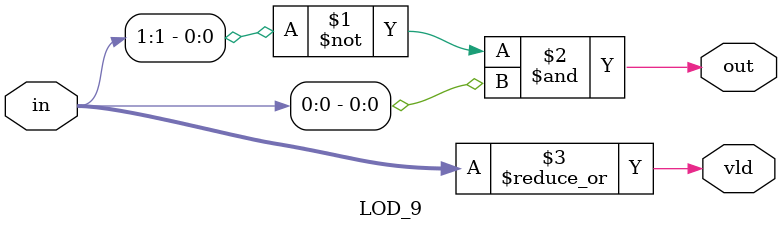
<source format=v>
module LOD_N(	// /tmp/tmp.2xfedqnA0c/16008_Posit-HDL-Arithmetic_Posit_to_Floating-Point_Convertor_LOD_N.cleaned.mlir:2:3
  input  [63:0] in,	// /tmp/tmp.2xfedqnA0c/16008_Posit-HDL-Arithmetic_Posit_to_Floating-Point_Convertor_LOD_N.cleaned.mlir:2:23
  output [5:0]  out	// /tmp/tmp.2xfedqnA0c/16008_Posit-HDL-Arithmetic_Posit_to_Floating-Point_Convertor_LOD_N.cleaned.mlir:2:38
);

  LOD l1 (	// /tmp/tmp.2xfedqnA0c/16008_Posit-HDL-Arithmetic_Posit_to_Floating-Point_Convertor_LOD_N.cleaned.mlir:3:24
    .in  (in),
    .out (out),
    .vld (/* unused */)
  );	// /tmp/tmp.2xfedqnA0c/16008_Posit-HDL-Arithmetic_Posit_to_Floating-Point_Convertor_LOD_N.cleaned.mlir:3:24
endmodule

module LOD(	// /tmp/tmp.2xfedqnA0c/16008_Posit-HDL-Arithmetic_Posit_to_Floating-Point_Convertor_LOD_N.cleaned.mlir:6:3
  input  [63:0] in,	// /tmp/tmp.2xfedqnA0c/16008_Posit-HDL-Arithmetic_Posit_to_Floating-Point_Convertor_LOD_N.cleaned.mlir:6:29
  output [5:0]  out,	// /tmp/tmp.2xfedqnA0c/16008_Posit-HDL-Arithmetic_Posit_to_Floating-Point_Convertor_LOD_N.cleaned.mlir:6:44
  output        vld	// /tmp/tmp.2xfedqnA0c/16008_Posit-HDL-Arithmetic_Posit_to_Floating-Point_Convertor_LOD_N.cleaned.mlir:6:58
);

  wire [4:0] _h_out;	// /tmp/tmp.2xfedqnA0c/16008_Posit-HDL-Arithmetic_Posit_to_Floating-Point_Convertor_LOD_N.cleaned.mlir:15:22
  wire       _h_vld;	// /tmp/tmp.2xfedqnA0c/16008_Posit-HDL-Arithmetic_Posit_to_Floating-Point_Convertor_LOD_N.cleaned.mlir:15:22
  wire [4:0] _l_out;	// /tmp/tmp.2xfedqnA0c/16008_Posit-HDL-Arithmetic_Posit_to_Floating-Point_Convertor_LOD_N.cleaned.mlir:14:22
  wire       _l_vld;	// /tmp/tmp.2xfedqnA0c/16008_Posit-HDL-Arithmetic_Posit_to_Floating-Point_Convertor_LOD_N.cleaned.mlir:14:22
  LOD_1 l (	// /tmp/tmp.2xfedqnA0c/16008_Posit-HDL-Arithmetic_Posit_to_Floating-Point_Convertor_LOD_N.cleaned.mlir:14:22
    .in  (in[31:0]),	// /tmp/tmp.2xfedqnA0c/16008_Posit-HDL-Arithmetic_Posit_to_Floating-Point_Convertor_LOD_N.cleaned.mlir:8:10
    .out (_l_out),
    .vld (_l_vld)
  );	// /tmp/tmp.2xfedqnA0c/16008_Posit-HDL-Arithmetic_Posit_to_Floating-Point_Convertor_LOD_N.cleaned.mlir:14:22
  LOD_1 h (	// /tmp/tmp.2xfedqnA0c/16008_Posit-HDL-Arithmetic_Posit_to_Floating-Point_Convertor_LOD_N.cleaned.mlir:15:22
    .in  (in[63:32]),	// /tmp/tmp.2xfedqnA0c/16008_Posit-HDL-Arithmetic_Posit_to_Floating-Point_Convertor_LOD_N.cleaned.mlir:9:10
    .out (_h_out),
    .vld (_h_vld)
  );	// /tmp/tmp.2xfedqnA0c/16008_Posit-HDL-Arithmetic_Posit_to_Floating-Point_Convertor_LOD_N.cleaned.mlir:15:22
  assign out = _h_vld ? {1'h0, _h_out} : {_l_vld, _l_out};	// /tmp/tmp.2xfedqnA0c/16008_Posit-HDL-Arithmetic_Posit_to_Floating-Point_Convertor_LOD_N.cleaned.mlir:7:14, :11:10, :12:10, :13:10, :14:22, :15:22, :16:5
  assign vld = _l_vld | _h_vld;	// /tmp/tmp.2xfedqnA0c/16008_Posit-HDL-Arithmetic_Posit_to_Floating-Point_Convertor_LOD_N.cleaned.mlir:10:10, :14:22, :15:22, :16:5
endmodule

module LOD_1(	// /tmp/tmp.2xfedqnA0c/16008_Posit-HDL-Arithmetic_Posit_to_Floating-Point_Convertor_LOD_N.cleaned.mlir:18:3
  input  [31:0] in,	// /tmp/tmp.2xfedqnA0c/16008_Posit-HDL-Arithmetic_Posit_to_Floating-Point_Convertor_LOD_N.cleaned.mlir:18:31
  output [4:0]  out,	// /tmp/tmp.2xfedqnA0c/16008_Posit-HDL-Arithmetic_Posit_to_Floating-Point_Convertor_LOD_N.cleaned.mlir:18:46
  output        vld	// /tmp/tmp.2xfedqnA0c/16008_Posit-HDL-Arithmetic_Posit_to_Floating-Point_Convertor_LOD_N.cleaned.mlir:18:60
);

  wire [3:0] _h_out;	// /tmp/tmp.2xfedqnA0c/16008_Posit-HDL-Arithmetic_Posit_to_Floating-Point_Convertor_LOD_N.cleaned.mlir:27:22
  wire       _h_vld;	// /tmp/tmp.2xfedqnA0c/16008_Posit-HDL-Arithmetic_Posit_to_Floating-Point_Convertor_LOD_N.cleaned.mlir:27:22
  wire [3:0] _l_out;	// /tmp/tmp.2xfedqnA0c/16008_Posit-HDL-Arithmetic_Posit_to_Floating-Point_Convertor_LOD_N.cleaned.mlir:26:22
  wire       _l_vld;	// /tmp/tmp.2xfedqnA0c/16008_Posit-HDL-Arithmetic_Posit_to_Floating-Point_Convertor_LOD_N.cleaned.mlir:26:22
  LOD_3 l (	// /tmp/tmp.2xfedqnA0c/16008_Posit-HDL-Arithmetic_Posit_to_Floating-Point_Convertor_LOD_N.cleaned.mlir:26:22
    .in  (in[15:0]),	// /tmp/tmp.2xfedqnA0c/16008_Posit-HDL-Arithmetic_Posit_to_Floating-Point_Convertor_LOD_N.cleaned.mlir:20:10
    .out (_l_out),
    .vld (_l_vld)
  );	// /tmp/tmp.2xfedqnA0c/16008_Posit-HDL-Arithmetic_Posit_to_Floating-Point_Convertor_LOD_N.cleaned.mlir:26:22
  LOD_3 h (	// /tmp/tmp.2xfedqnA0c/16008_Posit-HDL-Arithmetic_Posit_to_Floating-Point_Convertor_LOD_N.cleaned.mlir:27:22
    .in  (in[31:16]),	// /tmp/tmp.2xfedqnA0c/16008_Posit-HDL-Arithmetic_Posit_to_Floating-Point_Convertor_LOD_N.cleaned.mlir:21:10
    .out (_h_out),
    .vld (_h_vld)
  );	// /tmp/tmp.2xfedqnA0c/16008_Posit-HDL-Arithmetic_Posit_to_Floating-Point_Convertor_LOD_N.cleaned.mlir:27:22
  assign out = _h_vld ? {1'h0, _h_out} : {_l_vld, _l_out};	// /tmp/tmp.2xfedqnA0c/16008_Posit-HDL-Arithmetic_Posit_to_Floating-Point_Convertor_LOD_N.cleaned.mlir:19:14, :23:10, :24:10, :25:10, :26:22, :27:22, :28:5
  assign vld = _l_vld | _h_vld;	// /tmp/tmp.2xfedqnA0c/16008_Posit-HDL-Arithmetic_Posit_to_Floating-Point_Convertor_LOD_N.cleaned.mlir:22:10, :26:22, :27:22, :28:5
endmodule

module LOD_3(	// /tmp/tmp.2xfedqnA0c/16008_Posit-HDL-Arithmetic_Posit_to_Floating-Point_Convertor_LOD_N.cleaned.mlir:30:3
  input  [15:0] in,	// /tmp/tmp.2xfedqnA0c/16008_Posit-HDL-Arithmetic_Posit_to_Floating-Point_Convertor_LOD_N.cleaned.mlir:30:31
  output [3:0]  out,	// /tmp/tmp.2xfedqnA0c/16008_Posit-HDL-Arithmetic_Posit_to_Floating-Point_Convertor_LOD_N.cleaned.mlir:30:46
  output        vld	// /tmp/tmp.2xfedqnA0c/16008_Posit-HDL-Arithmetic_Posit_to_Floating-Point_Convertor_LOD_N.cleaned.mlir:30:60
);

  wire [2:0] _h_out;	// /tmp/tmp.2xfedqnA0c/16008_Posit-HDL-Arithmetic_Posit_to_Floating-Point_Convertor_LOD_N.cleaned.mlir:39:22
  wire       _h_vld;	// /tmp/tmp.2xfedqnA0c/16008_Posit-HDL-Arithmetic_Posit_to_Floating-Point_Convertor_LOD_N.cleaned.mlir:39:22
  wire [2:0] _l_out;	// /tmp/tmp.2xfedqnA0c/16008_Posit-HDL-Arithmetic_Posit_to_Floating-Point_Convertor_LOD_N.cleaned.mlir:38:22
  wire       _l_vld;	// /tmp/tmp.2xfedqnA0c/16008_Posit-HDL-Arithmetic_Posit_to_Floating-Point_Convertor_LOD_N.cleaned.mlir:38:22
  LOD_5 l (	// /tmp/tmp.2xfedqnA0c/16008_Posit-HDL-Arithmetic_Posit_to_Floating-Point_Convertor_LOD_N.cleaned.mlir:38:22
    .in  (in[7:0]),	// /tmp/tmp.2xfedqnA0c/16008_Posit-HDL-Arithmetic_Posit_to_Floating-Point_Convertor_LOD_N.cleaned.mlir:32:10
    .out (_l_out),
    .vld (_l_vld)
  );	// /tmp/tmp.2xfedqnA0c/16008_Posit-HDL-Arithmetic_Posit_to_Floating-Point_Convertor_LOD_N.cleaned.mlir:38:22
  LOD_5 h (	// /tmp/tmp.2xfedqnA0c/16008_Posit-HDL-Arithmetic_Posit_to_Floating-Point_Convertor_LOD_N.cleaned.mlir:39:22
    .in  (in[15:8]),	// /tmp/tmp.2xfedqnA0c/16008_Posit-HDL-Arithmetic_Posit_to_Floating-Point_Convertor_LOD_N.cleaned.mlir:33:10
    .out (_h_out),
    .vld (_h_vld)
  );	// /tmp/tmp.2xfedqnA0c/16008_Posit-HDL-Arithmetic_Posit_to_Floating-Point_Convertor_LOD_N.cleaned.mlir:39:22
  assign out = _h_vld ? {1'h0, _h_out} : {_l_vld, _l_out};	// /tmp/tmp.2xfedqnA0c/16008_Posit-HDL-Arithmetic_Posit_to_Floating-Point_Convertor_LOD_N.cleaned.mlir:31:14, :35:10, :36:10, :37:10, :38:22, :39:22, :40:5
  assign vld = _l_vld | _h_vld;	// /tmp/tmp.2xfedqnA0c/16008_Posit-HDL-Arithmetic_Posit_to_Floating-Point_Convertor_LOD_N.cleaned.mlir:34:10, :38:22, :39:22, :40:5
endmodule

module LOD_5(	// /tmp/tmp.2xfedqnA0c/16008_Posit-HDL-Arithmetic_Posit_to_Floating-Point_Convertor_LOD_N.cleaned.mlir:42:3
  input  [7:0] in,	// /tmp/tmp.2xfedqnA0c/16008_Posit-HDL-Arithmetic_Posit_to_Floating-Point_Convertor_LOD_N.cleaned.mlir:42:31
  output [2:0] out,	// /tmp/tmp.2xfedqnA0c/16008_Posit-HDL-Arithmetic_Posit_to_Floating-Point_Convertor_LOD_N.cleaned.mlir:42:45
  output       vld	// /tmp/tmp.2xfedqnA0c/16008_Posit-HDL-Arithmetic_Posit_to_Floating-Point_Convertor_LOD_N.cleaned.mlir:42:59
);

  wire _h_out;	// /tmp/tmp.2xfedqnA0c/16008_Posit-HDL-Arithmetic_Posit_to_Floating-Point_Convertor_LOD_N.cleaned.mlir:63:26
  wire _h_vld;	// /tmp/tmp.2xfedqnA0c/16008_Posit-HDL-Arithmetic_Posit_to_Floating-Point_Convertor_LOD_N.cleaned.mlir:63:26
  wire _l_out;	// /tmp/tmp.2xfedqnA0c/16008_Posit-HDL-Arithmetic_Posit_to_Floating-Point_Convertor_LOD_N.cleaned.mlir:62:26
  wire _l_vld;	// /tmp/tmp.2xfedqnA0c/16008_Posit-HDL-Arithmetic_Posit_to_Floating-Point_Convertor_LOD_N.cleaned.mlir:62:26
  wire _h_out_0;	// /tmp/tmp.2xfedqnA0c/16008_Posit-HDL-Arithmetic_Posit_to_Floating-Point_Convertor_LOD_N.cleaned.mlir:61:22
  wire _h_vld_0;	// /tmp/tmp.2xfedqnA0c/16008_Posit-HDL-Arithmetic_Posit_to_Floating-Point_Convertor_LOD_N.cleaned.mlir:61:22
  wire _l_out_0;	// /tmp/tmp.2xfedqnA0c/16008_Posit-HDL-Arithmetic_Posit_to_Floating-Point_Convertor_LOD_N.cleaned.mlir:60:22
  wire _l_vld_0;	// /tmp/tmp.2xfedqnA0c/16008_Posit-HDL-Arithmetic_Posit_to_Floating-Point_Convertor_LOD_N.cleaned.mlir:60:22
  wire _GEN = _l_vld_0 | _h_vld_0;	// /tmp/tmp.2xfedqnA0c/16008_Posit-HDL-Arithmetic_Posit_to_Floating-Point_Convertor_LOD_N.cleaned.mlir:46:10, :60:22, :61:22
  wire _GEN_0 = _l_vld | _h_vld;	// /tmp/tmp.2xfedqnA0c/16008_Posit-HDL-Arithmetic_Posit_to_Floating-Point_Convertor_LOD_N.cleaned.mlir:52:10, :62:26, :63:26
  LOD_9 l (	// /tmp/tmp.2xfedqnA0c/16008_Posit-HDL-Arithmetic_Posit_to_Floating-Point_Convertor_LOD_N.cleaned.mlir:60:22
    .in  (in[1:0]),	// /tmp/tmp.2xfedqnA0c/16008_Posit-HDL-Arithmetic_Posit_to_Floating-Point_Convertor_LOD_N.cleaned.mlir:44:10
    .out (_l_out_0),
    .vld (_l_vld_0)
  );	// /tmp/tmp.2xfedqnA0c/16008_Posit-HDL-Arithmetic_Posit_to_Floating-Point_Convertor_LOD_N.cleaned.mlir:60:22
  LOD_9 h (	// /tmp/tmp.2xfedqnA0c/16008_Posit-HDL-Arithmetic_Posit_to_Floating-Point_Convertor_LOD_N.cleaned.mlir:61:22
    .in  (in[3:2]),	// /tmp/tmp.2xfedqnA0c/16008_Posit-HDL-Arithmetic_Posit_to_Floating-Point_Convertor_LOD_N.cleaned.mlir:45:10
    .out (_h_out_0),
    .vld (_h_vld_0)
  );	// /tmp/tmp.2xfedqnA0c/16008_Posit-HDL-Arithmetic_Posit_to_Floating-Point_Convertor_LOD_N.cleaned.mlir:61:22
  LOD_9 l_0 (	// /tmp/tmp.2xfedqnA0c/16008_Posit-HDL-Arithmetic_Posit_to_Floating-Point_Convertor_LOD_N.cleaned.mlir:62:26
    .in  (in[5:4]),	// /tmp/tmp.2xfedqnA0c/16008_Posit-HDL-Arithmetic_Posit_to_Floating-Point_Convertor_LOD_N.cleaned.mlir:50:10
    .out (_l_out),
    .vld (_l_vld)
  );	// /tmp/tmp.2xfedqnA0c/16008_Posit-HDL-Arithmetic_Posit_to_Floating-Point_Convertor_LOD_N.cleaned.mlir:62:26
  LOD_9 h_0 (	// /tmp/tmp.2xfedqnA0c/16008_Posit-HDL-Arithmetic_Posit_to_Floating-Point_Convertor_LOD_N.cleaned.mlir:63:26
    .in  (in[7:6]),	// /tmp/tmp.2xfedqnA0c/16008_Posit-HDL-Arithmetic_Posit_to_Floating-Point_Convertor_LOD_N.cleaned.mlir:51:10
    .out (_h_out),
    .vld (_h_vld)
  );	// /tmp/tmp.2xfedqnA0c/16008_Posit-HDL-Arithmetic_Posit_to_Floating-Point_Convertor_LOD_N.cleaned.mlir:63:26
  assign out =
    _GEN_0
      ? {1'h0, _h_vld ? {1'h0, _h_out} : {_l_vld, _l_out}}
      : {_GEN, _h_vld_0 ? {1'h0, _h_out_0} : {_l_vld_0, _l_out_0}};	// /tmp/tmp.2xfedqnA0c/16008_Posit-HDL-Arithmetic_Posit_to_Floating-Point_Convertor_LOD_N.cleaned.mlir:43:14, :46:10, :47:10, :48:10, :49:10, :52:10, :53:10, :54:11, :55:11, :57:11, :58:11, :59:11, :60:22, :61:22, :62:26, :63:26, :64:5
  assign vld = _GEN | _GEN_0;	// /tmp/tmp.2xfedqnA0c/16008_Posit-HDL-Arithmetic_Posit_to_Floating-Point_Convertor_LOD_N.cleaned.mlir:46:10, :52:10, :56:11, :64:5
endmodule

module LOD_9(	// /tmp/tmp.2xfedqnA0c/16008_Posit-HDL-Arithmetic_Posit_to_Floating-Point_Convertor_LOD_N.cleaned.mlir:66:3
  input  [1:0] in,	// /tmp/tmp.2xfedqnA0c/16008_Posit-HDL-Arithmetic_Posit_to_Floating-Point_Convertor_LOD_N.cleaned.mlir:66:31
  output       out,	// /tmp/tmp.2xfedqnA0c/16008_Posit-HDL-Arithmetic_Posit_to_Floating-Point_Convertor_LOD_N.cleaned.mlir:66:45
               vld	// /tmp/tmp.2xfedqnA0c/16008_Posit-HDL-Arithmetic_Posit_to_Floating-Point_Convertor_LOD_N.cleaned.mlir:66:59
);

  assign out = ~(in[1]) & in[0];	// /tmp/tmp.2xfedqnA0c/16008_Posit-HDL-Arithmetic_Posit_to_Floating-Point_Convertor_LOD_N.cleaned.mlir:70:10, :71:10, :72:10, :73:10, :74:5
  assign vld = |in;	// /tmp/tmp.2xfedqnA0c/16008_Posit-HDL-Arithmetic_Posit_to_Floating-Point_Convertor_LOD_N.cleaned.mlir:69:10, :74:5
endmodule


</source>
